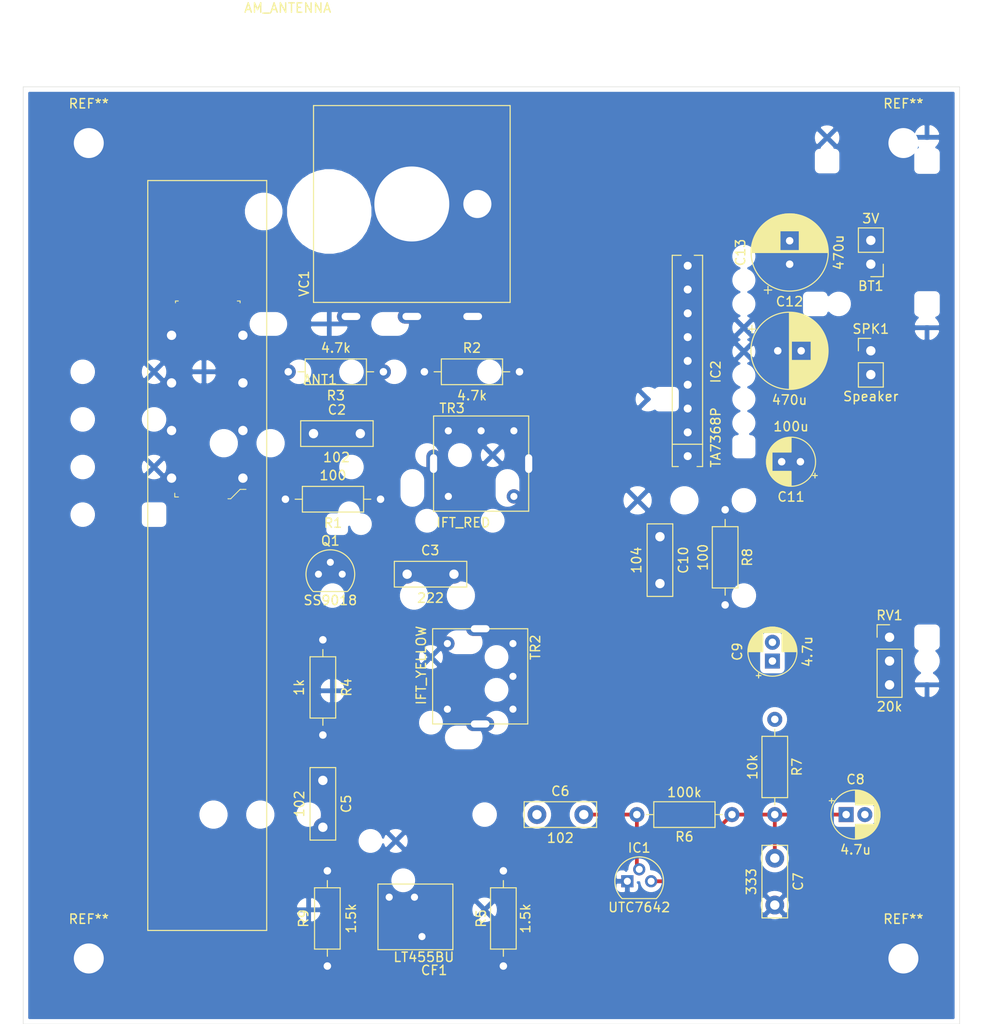
<source format=kicad_pcb>
(kicad_pcb (version 20171130) (host pcbnew "(5.1.9)-1")
  (title_block (title "AM RADIO") (date 2021-02-10) (rev 1.1) (company "Kazhiko Hotta"))
  (layers (0 F.Cu signal) (31 B.Cu signal hide) (34 B.Paste user) (35 F.Paste user) (36 B.SilkS user) (37 F.SilkS user) (38 B.Mask user) (39 F.Mask user) (44 Edge.Cuts user))
  (net 0 "")
  (net 1 GND)
  (net 2 "Net-(ANT1-Pad1)")
  (net 3 "Net-(ANT1-Pad3)")
  (net 4 +3V0)
  (net 5 "Net-(C2-Pad1)")
  (net 6 "Net-(C3-Pad2)")
  (net 7 "Net-(C3-Pad1)")
  (net 8 "Net-(C5-Pad1)")
  (net 9 "Net-(C5-Pad2)")
  (net 10 "Net-(C6-Pad2)")
  (net 11 "Net-(C6-Pad1)")
  (net 12 "Net-(C7-Pad1)")
  (net 13 "Net-(C8-Pad2)")
  (net 14 "Net-(C9-Pad2)")
  (net 15 "Net-(C9-Pad1)")
  (net 16 "Net-(C10-Pad1)")
  (net 17 "Net-(C11-Pad1)")
  (net 18 "Net-(C12-Pad2)")
  (net 19 "Net-(C12-Pad1)")
  (net 20 "Net-(IC2-Pad2)")
  (net 21 "Net-(IC2-Pad4)")
  (net 22 "Net-(IC2-Pad8)")
  (net 23 "Net-(Q1-Pad2)")
  (net 24 "Net-(Q1-Pad3)")
  (net 25 "Net-(TR2-Pad1)")
  (net 26 "Net-(TR2-Pad3)")
  (net 27 VC2)
  (module radio:VC2 (layer F.Cu) (at 131.16 70.27 90)
    (fp_text reference VC1 (at 2 -22 90) (layer F.SilkS))
    (fp_text value VC2)
    (pad 3 thru_hole oval (at -1.5 -4 90) (size 1.524 3) (drill oval 0.762 2) (layers *.Cu *.Mask) (net 27 VC2))
    (pad 2 thru_hole oval (at -1.5 -10.5 90) (size 1.524 3) (drill oval 0.762 2) (layers *.Cu *.Mask) (net 1 GND))
    (pad 1 thru_hole oval (at -1.5 -17 90) (size 1.524 3) (drill oval 0.762 2) (layers *.Cu *.Mask) (net 2 "Net-(ANT1-Pad1)"))
    (pad "" np_thru_hole circle (at 10.5 -3.5 90) (size 3 3) (drill 3) (layers *.Cu *.Mask))
    (pad "" np_thru_hole circle (at 10.5 -17.5 90) (size 3 3) (drill 3) (layers *.Cu *.Mask))
    (pad "" np_thru_hole circle (at 10.5 -10.5 90) (size 8 8) (drill 8) (layers *.Cu *.Mask))
  )
  (module MountingHole:MountingHole_3.2mm_M3 (layer F.Cu) (at 173.16 53.27)
    (fp_text reference REF** (at 0 -4.2) (layer F.SilkS))
    (fp_text value MountingHole_3.2mm_M3)
    (pad 1 np_thru_hole circle (at 0 0) (size 3.2 3.2) (drill 3.2) (layers *.Cu *.Mask))
  )
  (module MountingHole:MountingHole_3.2mm_M3 (layer F.Cu) (at 173.16 140.27)
    (fp_text reference REF** (at 0 -4.2) (layer F.SilkS))
    (fp_text value MountingHole_3.2mm_M3)
    (pad 1 np_thru_hole circle (at 0 0) (size 3.2 3.2) (drill 3.2) (layers *.Cu *.Mask))
  )
  (module radio:AM_ANTENNA (layer F.Cu) (at 105.16 57.27 180)
    (fp_text reference ANT1 (at -7.62 -21.2405) (layer F.SilkS) (effects (justify right)))
    (fp_text value AM_ANTENNA (at -6.985 18.415) (layer F.SilkS) (effects (justify right)))
    (pad 3 thru_hole circle (at 2.5395 -21.5905 180) (size 1.6 1.6) (drill 1) (layers *.Cu *.Mask) (net 3 "Net-(ANT1-Pad3)"))
    (pad 6 thru_hole circle (at 10.1595 -21.5905 180) (size 1.6 1.6) (drill 1) (layers *.Cu *.Mask))
    (pad 8 thru_hole circle (at 10.1595 -31.7505 180) (size 1.6 1.6) (drill 1) (layers *.Cu *.Mask))
    (pad 4 thru_hole circle (at 2.5395 -16.5105 180) (size 1.6 1.6) (drill 1) (layers *.Cu *.Mask) (net 1 GND))
    (pad 1 thru_hole rect (at 2.5395 -31.7505 180) (size 1.6 1.6) (drill 1) (layers *.Cu *.Mask) (net 2 "Net-(ANT1-Pad1)"))
    (pad 7 thru_hole circle (at 10.1595 -26.6705 180) (size 1.6 1.6) (drill 1) (layers *.Cu *.Mask))
    (pad 2 thru_hole circle (at 2.5395 -26.6705 180) (size 1.6 1.6) (drill 1) (layers *.Cu *.Mask) (net 1 GND))
    (pad 5 thru_hole circle (at 10.1595 -16.5105 180) (size 1.6 1.6) (drill 1) (layers *.Cu *.Mask))
  )
  (module MountingHole:MountingHole_3.2mm_M3 (layer F.Cu) (at 86.16 53.27)
    (fp_text reference REF** (at 0 -4.2) (layer F.SilkS))
    (fp_text value MountingHole_3.2mm_M3)
    (pad 1 np_thru_hole circle (at 0 0) (size 3.2 3.2) (drill 3.2) (layers *.Cu *.Mask))
  )
  (module MountingHole:MountingHole_3.2mm_M3 (layer F.Cu) (at 86.16 140.27)
    (fp_text reference REF** (at 0 -4.2) (layer F.SilkS))
    (fp_text value MountingHole_3.2mm_M3)
    (pad 1 np_thru_hole circle (at 0 0) (size 3.2 3.2) (drill 3.2) (layers *.Cu *.Mask))
  )
  (module radio:IFT10mm (layer F.Cu) (at 128.16 87.27)
    (fp_text reference TR3 (at -3.2 -5.7) (layer F.SilkS))
    (fp_text value IFT_RED (at -2 6.5) (layer F.SilkS))
    (pad "" thru_hole oval (at 4.98 0.2) (size 1.524 3) (drill oval 0.762 2) (layers *.Cu *.Mask))
    (pad "" thru_hole oval (at -5.18 0.2) (size 1.524 3) (drill oval 0.762 2) (layers *.Cu *.Mask))
    (pad 6 thru_hole circle (at 3.4 3.7) (size 1.524 1.524) (drill 0.762) (layers *.Cu *.Mask) (net 24 "Net-(Q1-Pad3)"))
    (pad 4 thru_hole circle (at -3.6 3.7) (size 1.524 1.524) (drill 0.762) (layers *.Cu *.Mask) (net 26 "Net-(TR2-Pad3)"))
    (pad 1 thru_hole circle (at 3.4 -3.3) (size 1.524 1.524) (drill 0.762) (layers *.Cu *.Mask) (net 1 GND))
    (pad 2 thru_hole circle (at -0.1 -3.3) (size 1.524 1.524) (drill 0.762) (layers *.Cu *.Mask) (net 7 "Net-(C3-Pad1)"))
    (pad 3 thru_hole circle (at -3.6 -3.3) (size 1.524 1.524) (drill 0.762) (layers *.Cu *.Mask) (net 27 VC2))
  )
  (module radio:IFT10mm (layer F.Cu) (at 128.16 110.27 270)
    (fp_text reference TR2 (at -3.2 -5.7 90) (layer F.SilkS))
    (fp_text value IFT_YELLOW (at -1.27 6.5 90) (layer F.SilkS))
    (pad "" thru_hole oval (at 4.98 0.2 270) (size 1.524 3) (drill oval 0.762 2) (layers *.Cu *.Mask))
    (pad "" thru_hole oval (at -5.18 0.2 270) (size 1.524 3) (drill oval 0.762 2) (layers *.Cu *.Mask))
    (pad 6 thru_hole circle (at 3.4 3.7 270) (size 1.524 1.524) (drill 0.762) (layers *.Cu *.Mask) (net 8 "Net-(C5-Pad1)"))
    (pad 4 thru_hole circle (at -3.6 3.7 270) (size 1.524 1.524) (drill 0.762) (layers *.Cu *.Mask) (net 1 GND))
    (pad 1 thru_hole circle (at 3.4 -3.3 270) (size 1.524 1.524) (drill 0.762) (layers *.Cu *.Mask) (net 25 "Net-(TR2-Pad1)"))
    (pad 2 thru_hole circle (at -0.1 -3.3 270) (size 1.524 1.524) (drill 0.762) (layers *.Cu *.Mask) (net 4 +3V0))
    (pad 3 thru_hole circle (at -3.6 -3.3 270) (size 1.524 1.524) (drill 0.762) (layers *.Cu *.Mask) (net 26 "Net-(TR2-Pad3)"))
  )
  (module Connector_PinHeader_2.54mm:PinHeader_1x02_P2.54mm_Vertical (layer F.Cu) (at 169.68 66.195 180)
    (fp_text reference BT1 (at 0 -2.33) (layer F.SilkS))
    (fp_text value 3V (at 0 4.87) (layer F.SilkS))
    (pad 2 thru_hole oval (at 0 2.54 180) (size 1.7 1.7) (drill 1) (layers *.Cu *.Mask) (net 1 GND))
    (pad 1 thru_hole rect (at 0 0 180) (size 1.7 1.7) (drill 1) (layers *.Cu *.Mask) (net 4 +3V0))
  )
  (module Capacitor_THT:C_Disc_D7.5mm_W2.5mm_P5.00mm (layer F.Cu) (at 115.16 84.27 180)
    (fp_text reference C2 (at 2.5 2.54) (layer F.SilkS))
    (fp_text value 102 (at 2.54 -2.54) (layer F.SilkS))
    (pad 1 thru_hole circle (at 0 0 180) (size 2 2) (drill 1) (layers *.Cu *.Mask) (net 5 "Net-(C2-Pad1)"))
    (pad 2 thru_hole circle (at 5 0 180) (size 2 2) (drill 1) (layers *.Cu *.Mask) (net 3 "Net-(ANT1-Pad3)"))
  )
  (module Capacitor_THT:C_Disc_D7.5mm_W2.5mm_P5.00mm (layer F.Cu) (at 125.16 99.27 180)
    (fp_text reference C3 (at 2.54 2.54) (layer F.SilkS))
    (fp_text value 222 (at 2.5 -2.54) (layer F.SilkS))
    (pad 2 thru_hole circle (at 5 0 180) (size 2 2) (drill 1) (layers *.Cu *.Mask) (net 6 "Net-(C3-Pad2)"))
    (pad 1 thru_hole circle (at 0 0 180) (size 2 2) (drill 1) (layers *.Cu *.Mask) (net 7 "Net-(C3-Pad1)"))
  )
  (module Capacitor_THT:C_Disc_D7.5mm_W2.5mm_P5.00mm (layer F.Cu) (at 111.16 121.27 270)
    (fp_text reference C5 (at 2.5 -2.5 90) (layer F.SilkS))
    (fp_text value 102 (at 2.5 2.5 90) (layer F.SilkS))
    (pad 1 thru_hole circle (at 0 0 270) (size 2 2) (drill 1) (layers *.Cu *.Mask) (net 8 "Net-(C5-Pad1)"))
    (pad 2 thru_hole circle (at 5 0 270) (size 2 2) (drill 1) (layers *.Cu *.Mask) (net 9 "Net-(C5-Pad2)"))
  )
  (module Capacitor_THT:C_Disc_D7.5mm_W2.5mm_P5.00mm (layer F.Cu) (at 134.024 124.918)
    (fp_text reference C6 (at 2.5 -2.5) (layer F.SilkS))
    (fp_text value 102 (at 2.5 2.5) (layer F.SilkS))
    (pad 2 thru_hole circle (at 5 0) (size 2 2) (drill 1) (layers *.Cu *.Mask) (net 10 "Net-(C6-Pad2)"))
    (pad 1 thru_hole circle (at 0 0) (size 2 2) (drill 1) (layers *.Cu *.Mask) (net 11 "Net-(C6-Pad1)"))
  )
  (module Capacitor_THT:C_Disc_D7.5mm_W2.5mm_P5.00mm (layer F.Cu) (at 159.424 129.57 270)
    (fp_text reference C7 (at 2.5 -2.5 90) (layer F.SilkS))
    (fp_text value 333 (at 2.5 2.5 90) (layer F.SilkS))
    (pad 2 thru_hole circle (at 5 0 270) (size 2 2) (drill 1) (layers *.Cu *.Mask) (net 1 GND))
    (pad 1 thru_hole circle (at 0 0 270) (size 2 2) (drill 1) (layers *.Cu *.Mask) (net 12 "Net-(C7-Pad1)"))
  )
  (module Capacitor_THT:CP_Radial_D5.0mm_P2.00mm (layer F.Cu) (at 167.044 124.918)
    (fp_text reference C8 (at 1 -3.75) (layer F.SilkS))
    (fp_text value 4.7u (at 1 3.75) (layer F.SilkS))
    (pad 1 thru_hole rect (at 0 0) (size 1.6 1.6) (drill 0.8) (layers *.Cu *.Mask) (net 12 "Net-(C7-Pad1)"))
    (pad 2 thru_hole circle (at 2 0) (size 1.6 1.6) (drill 0.8) (layers *.Cu *.Mask) (net 13 "Net-(C8-Pad2)"))
  )
  (module Capacitor_THT:CP_Radial_D5.0mm_P2.00mm (layer F.Cu) (at 159.17 108.535 90)
    (fp_text reference C9 (at 1 -3.75 90) (layer F.SilkS))
    (fp_text value 4.7u (at 1 3.75 90) (layer F.SilkS))
    (pad 2 thru_hole circle (at 2 0 90) (size 1.6 1.6) (drill 0.8) (layers *.Cu *.Mask) (net 14 "Net-(C9-Pad2)"))
    (pad 1 thru_hole rect (at 0 0 90) (size 1.6 1.6) (drill 0.8) (layers *.Cu *.Mask) (net 15 "Net-(C9-Pad1)"))
  )
  (module Capacitor_THT:C_Disc_D7.5mm_W2.5mm_P5.00mm (layer F.Cu) (at 147.16 95.27 270)
    (fp_text reference C10 (at 2.5 -2.5 90) (layer F.SilkS))
    (fp_text value 104 (at 2.5 2.5 90) (layer F.SilkS))
    (pad 1 thru_hole circle (at 0 0 270) (size 2 2) (drill 1) (layers *.Cu *.Mask) (net 16 "Net-(C10-Pad1)"))
    (pad 2 thru_hole circle (at 5 0 270) (size 2 2) (drill 1) (layers *.Cu *.Mask) (net 1 GND))
  )
  (module Capacitor_THT:CP_Radial_D5.0mm_P2.00mm (layer F.Cu) (at 162.16 87.27 180)
    (fp_text reference C11 (at 1 -3.75) (layer F.SilkS))
    (fp_text value 100u (at 1 3.75) (layer F.SilkS))
    (pad 1 thru_hole rect (at 0 0 180) (size 1.6 1.6) (drill 0.8) (layers *.Cu *.Mask) (net 17 "Net-(C11-Pad1)"))
    (pad 2 thru_hole circle (at 2 0 180) (size 1.6 1.6) (drill 0.8) (layers *.Cu *.Mask) (net 1 GND))
  )
  (module Capacitor_THT:CP_Radial_D8.0mm_P2.50mm (layer F.Cu) (at 159.742 75.435)
    (fp_text reference C12 (at 1.25 -5.25) (layer F.SilkS))
    (fp_text value 470u (at 1.25 5.25) (layer F.SilkS))
    (pad 2 thru_hole circle (at 2.5 0) (size 1.6 1.6) (drill 0.8) (layers *.Cu *.Mask) (net 18 "Net-(C12-Pad2)"))
    (pad 1 thru_hole rect (at 0 0) (size 1.6 1.6) (drill 0.8) (layers *.Cu *.Mask) (net 19 "Net-(C12-Pad1)"))
  )
  (module Capacitor_THT:CP_Radial_D8.0mm_P2.50mm (layer F.Cu) (at 161.012 66.195 90)
    (fp_text reference C13 (at 1.25 -5.25 90) (layer F.SilkS))
    (fp_text value 470u (at 1.25 5.25 90) (layer F.SilkS))
    (pad 1 thru_hole rect (at 0 0 90) (size 1.6 1.6) (drill 0.8) (layers *.Cu *.Mask) (net 4 +3V0))
    (pad 2 thru_hole circle (at 2.5 0 90) (size 1.6 1.6) (drill 0.8) (layers *.Cu *.Mask) (net 1 GND))
  )
  (module radio:LT455BU (layer F.Cu) (at 118.244 138.03 180)
    (fp_text reference CF1 (at -4.8 -3.5) (layer F.SilkS))
    (fp_text value LT455BU (at -3.7 -2.1) (layer F.SilkS))
    (pad 1 thru_hole circle (at 0 4.3 180) (size 1.524 1.524) (drill 0.762) (layers *.Cu *.Mask) (net 9 "Net-(C5-Pad2)"))
    (pad 2 thru_hole circle (at -2.7 4.3 180) (size 1.524 1.524) (drill 0.762) (layers *.Cu *.Mask) (net 1 GND))
    (pad 3 thru_hole circle (at -3.5 0.1 180) (size 1.524 1.524) (drill 0.762) (layers *.Cu *.Mask) (net 11 "Net-(C6-Pad1)"))
  )
  (module Package_TO_SOT_THT:TO-92 (layer F.Cu) (at 143.676 132.03)
    (fp_text reference IC1 (at 1.27 -3.56) (layer F.SilkS))
    (fp_text value UTC7642 (at 1.27 2.79) (layer F.SilkS))
    (pad 1 thru_hole rect (at 0 0) (size 1.3 1.3) (drill 0.75) (layers *.Cu *.Mask) (net 1 GND))
    (pad 3 thru_hole circle (at 2.54 0) (size 1.3 1.3) (drill 0.75) (layers *.Cu *.Mask) (net 12 "Net-(C7-Pad1)"))
    (pad 2 thru_hole circle (at 1.27 -1.27) (size 1.3 1.3) (drill 0.75) (layers *.Cu *.Mask) (net 10 "Net-(C6-Pad2)"))
  )
  (module radio:TA7368P (layer F.Cu) (at 150.122 86.675 90)
    (fp_text reference IC2 (at 9 3 90) (layer F.SilkS))
    (fp_text value TA7368P (at 2 3 90) (layer F.SilkS))
    (pad 1 thru_hole rect (at 0 0 180) (size 1.45 1.45) (drill 0.85) (layers *.Cu *.Mask) (net 16 "Net-(C10-Pad1)"))
    (pad 2 thru_hole circle (at 2.54 0 180) (size 1.45 1.45) (drill 0.85) (layers *.Cu *.Mask) (net 20 "Net-(IC2-Pad2)"))
    (pad 3 thru_hole circle (at 5.08 0 180) (size 1.45 1.45) (drill 0.85) (layers *.Cu *.Mask) (net 17 "Net-(C11-Pad1)"))
    (pad 4 thru_hole circle (at 7.62 0 180) (size 1.45 1.45) (drill 0.85) (layers *.Cu *.Mask) (net 21 "Net-(IC2-Pad4)"))
    (pad 5 thru_hole circle (at 10.16 0 180) (size 1.45 1.45) (drill 0.85) (layers *.Cu *.Mask) (net 1 GND))
    (pad 6 thru_hole circle (at 12.7 0 180) (size 1.45 1.45) (drill 0.85) (layers *.Cu *.Mask) (net 1 GND))
    (pad 7 thru_hole circle (at 15.24 0 180) (size 1.45 1.45) (drill 0.85) (layers *.Cu *.Mask) (net 19 "Net-(C12-Pad1)"))
    (pad 8 thru_hole circle (at 17.78 0 180) (size 1.45 1.45) (drill 0.85) (layers *.Cu *.Mask) (net 22 "Net-(IC2-Pad8)"))
    (pad 9 thru_hole circle (at 20.32 0 180) (size 1.45 1.45) (drill 0.85) (layers *.Cu *.Mask) (net 4 +3V0))
  )
  (module Package_TO_SOT_THT:TO-92 (layer F.Cu) (at 110.688 99.27)
    (fp_text reference Q1 (at 1.27 -3.56) (layer F.SilkS))
    (fp_text value SS9018 (at 1.27 2.79) (layer F.SilkS))
    (pad 2 thru_hole circle (at 1.27 -1.27) (size 1.3 1.3) (drill 0.75) (layers *.Cu *.Mask) (net 23 "Net-(Q1-Pad2)"))
    (pad 3 thru_hole circle (at 2.54 0) (size 1.3 1.3) (drill 0.75) (layers *.Cu *.Mask) (net 24 "Net-(Q1-Pad3)"))
    (pad 1 thru_hole rect (at 0 0) (size 1.3 1.3) (drill 0.75) (layers *.Cu *.Mask) (net 6 "Net-(C3-Pad2)"))
  )
  (module Resistor_THT:R_Axial_DIN0207_L6.3mm_D2.5mm_P10.16mm_Horizontal (layer F.Cu) (at 107.16 91.27)
    (fp_text reference R1 (at 5.08 2.54) (layer F.SilkS))
    (fp_text value 100 (at 5.08 -2.54) (layer F.SilkS))
    (pad 1 thru_hole circle (at 0 0) (size 1.6 1.6) (drill 0.8) (layers *.Cu *.Mask) (net 23 "Net-(Q1-Pad2)"))
    (pad 2 thru_hole oval (at 10.16 0) (size 1.6 1.6) (drill 0.8) (layers *.Cu *.Mask) (net 5 "Net-(C2-Pad1)"))
  )
  (module Resistor_THT:R_Axial_DIN0207_L6.3mm_D2.5mm_P10.16mm_Horizontal (layer F.Cu) (at 132.16 77.674 180)
    (fp_text reference R2 (at 5.08 2.54) (layer F.SilkS))
    (fp_text value 4.7k (at 5.08 -2.54) (layer F.SilkS))
    (pad 2 thru_hole oval (at 10.16 0 180) (size 1.6 1.6) (drill 0.8) (layers *.Cu *.Mask) (net 5 "Net-(C2-Pad1)"))
    (pad 1 thru_hole circle (at 0 0 180) (size 1.6 1.6) (drill 0.8) (layers *.Cu *.Mask) (net 4 +3V0))
  )
  (module Resistor_THT:R_Axial_DIN0207_L6.3mm_D2.5mm_P10.16mm_Horizontal (layer F.Cu) (at 117.624 77.674 180)
    (fp_text reference R3 (at 5.08 -2.54) (layer F.SilkS))
    (fp_text value 4.7k (at 5.08 2.54) (layer F.SilkS))
    (pad 2 thru_hole oval (at 10.16 0 180) (size 1.6 1.6) (drill 0.8) (layers *.Cu *.Mask) (net 1 GND))
    (pad 1 thru_hole circle (at 0 0 180) (size 1.6 1.6) (drill 0.8) (layers *.Cu *.Mask) (net 5 "Net-(C2-Pad1)"))
  )
  (module Resistor_THT:R_Axial_DIN0207_L6.3mm_D2.5mm_P10.16mm_Horizontal (layer F.Cu) (at 111.16 106.27 270)
    (fp_text reference R4 (at 5.08 -2.54 90) (layer F.SilkS))
    (fp_text value 1k (at 5.08 2.54 90) (layer F.SilkS))
    (pad 1 thru_hole circle (at 0 0 270) (size 1.6 1.6) (drill 0.8) (layers *.Cu *.Mask) (net 6 "Net-(C3-Pad2)"))
    (pad 2 thru_hole oval (at 10.16 0 270) (size 1.6 1.6) (drill 0.8) (layers *.Cu *.Mask) (net 1 GND))
  )
  (module Resistor_THT:R_Axial_DIN0207_L6.3mm_D2.5mm_P10.16mm_Horizontal (layer F.Cu) (at 130.436 141.078 90)
    (fp_text reference R5 (at 5.08 -2.37 90) (layer F.SilkS))
    (fp_text value 1.5k (at 5.08 2.37 90) (layer F.SilkS))
    (pad 1 thru_hole circle (at 0 0 90) (size 1.6 1.6) (drill 0.8) (layers *.Cu *.Mask) (net 1 GND))
    (pad 2 thru_hole oval (at 10.16 0 90) (size 1.6 1.6) (drill 0.8) (layers *.Cu *.Mask) (net 11 "Net-(C6-Pad1)"))
  )
  (module Resistor_THT:R_Axial_DIN0207_L6.3mm_D2.5mm_P10.16mm_Horizontal (layer F.Cu) (at 154.852 124.918 180)
    (fp_text reference R6 (at 5.08 -2.37) (layer F.SilkS))
    (fp_text value 100k (at 5.08 2.37) (layer F.SilkS))
    (pad 2 thru_hole oval (at 10.16 0 180) (size 1.6 1.6) (drill 0.8) (layers *.Cu *.Mask) (net 10 "Net-(C6-Pad2)"))
    (pad 1 thru_hole circle (at 0 0 180) (size 1.6 1.6) (drill 0.8) (layers *.Cu *.Mask) (net 12 "Net-(C7-Pad1)"))
  )
  (module Resistor_THT:R_Axial_DIN0207_L6.3mm_D2.5mm_P10.16mm_Horizontal (layer F.Cu) (at 159.424 114.758 270)
    (fp_text reference R7 (at 5.08 -2.37 90) (layer F.SilkS))
    (fp_text value 10k (at 5.08 2.37 90) (layer F.SilkS))
    (pad 2 thru_hole oval (at 10.16 0 270) (size 1.6 1.6) (drill 0.8) (layers *.Cu *.Mask) (net 12 "Net-(C7-Pad1)"))
    (pad 1 thru_hole circle (at 0 0 270) (size 1.6 1.6) (drill 0.8) (layers *.Cu *.Mask) (net 4 +3V0))
  )
  (module Resistor_THT:R_Axial_DIN0207_L6.3mm_D2.5mm_P10.16mm_Horizontal (layer F.Cu) (at 154.122 92.39 270)
    (fp_text reference R8 (at 5.08 -2.37 90) (layer F.SilkS))
    (fp_text value 100 (at 5.08 2.37 90) (layer F.SilkS))
    (pad 1 thru_hole circle (at 0 0 270) (size 1.6 1.6) (drill 0.8) (layers *.Cu *.Mask) (net 16 "Net-(C10-Pad1)"))
    (pad 2 thru_hole oval (at 10.16 0 270) (size 1.6 1.6) (drill 0.8) (layers *.Cu *.Mask) (net 14 "Net-(C9-Pad2)"))
  )
  (module Resistor_THT:R_Axial_DIN0207_L6.3mm_D2.5mm_P10.16mm_Horizontal (layer F.Cu) (at 111.64 130.918 270)
    (fp_text reference R9 (at 5.08 2.54 90) (layer F.SilkS))
    (fp_text value 1.5k (at 5.08 -2.54 90) (layer F.SilkS))
    (pad 1 thru_hole circle (at 0 0 270) (size 1.6 1.6) (drill 0.8) (layers *.Cu *.Mask) (net 9 "Net-(C5-Pad2)"))
    (pad 2 thru_hole oval (at 10.16 0 270) (size 1.6 1.6) (drill 0.8) (layers *.Cu *.Mask) (net 1 GND))
  )
  (module Connector_PinHeader_2.54mm:PinHeader_1x03_P2.54mm_Vertical (layer F.Cu) (at 171.68 105.995)
    (fp_text reference RV1 (at 0 -2.33) (layer F.SilkS))
    (fp_text value 20k (at 0 7.41) (layer F.SilkS))
    (pad 1 thru_hole rect (at 0 0) (size 1.7 1.7) (drill 1) (layers *.Cu *.Mask) (net 13 "Net-(C8-Pad2)"))
    (pad 2 thru_hole oval (at 0 2.54) (size 1.7 1.7) (drill 1) (layers *.Cu *.Mask) (net 15 "Net-(C9-Pad1)"))
    (pad 3 thru_hole oval (at 0 5.08) (size 1.7 1.7) (drill 1) (layers *.Cu *.Mask) (net 1 GND))
  )
  (module Connector_PinHeader_2.54mm:PinHeader_1x02_P2.54mm_Vertical (layer F.Cu) (at 169.68 75.435)
    (fp_text reference SPK1 (at 0 -2.33) (layer F.SilkS))
    (fp_text value Speaker (at 0 4.87) (layer F.SilkS))
    (pad 1 thru_hole rect (at 0 0) (size 1.7 1.7) (drill 1) (layers *.Cu *.Mask) (net 18 "Net-(C12-Pad2)"))
    (pad 2 thru_hole oval (at 0 2.54) (size 1.7 1.7) (drill 1) (layers *.Cu *.Mask) (net 1 GND))
  )
  (gr_line (start 79.16 47.27) (end 179.16 47.27) (layer Edge.Cuts) (width 0.05))
  (gr_line (start 179.16 147.27) (end 179.16 47.27) (layer Edge.Cuts) (width 0.05))
  (gr_line (start 79.16 147.27) (end 179.16 147.27) (layer Edge.Cuts) (width 0.05))
  (gr_line (start 79.16 147.27) (end 79.16 47.27) (layer Edge.Cuts) (width 0.05))
  (segment (start 144.692 124.918) (end 139.024 124.918) (width 0.4) (layer F.Cu) (net 10))
  (segment (start 144.692 130.506) (end 144.946 130.76) (width 0.4) (layer F.Cu) (net 10))
  (segment (start 144.692 124.918) (end 144.692 130.506) (width 0.4) (layer F.Cu) (net 10))
  (segment (start 167.044 124.918) (end 159.424 124.918) (width 0.4) (layer F.Cu) (net 12))
  (segment (start 159.424 124.918) (end 159.424 129.57) (width 0.4) (layer F.Cu) (net 12))
  (segment (start 159.424 124.918) (end 154.852 124.918) (width 0.4) (layer F.Cu) (net 12))
  (segment (start 147.74 132.03) (end 154.852 124.918) (width 0.4) (layer F.Cu) (net 12))
  (segment (start 146.216 132.03) (end 147.74 132.03) (width 0.4) (layer F.Cu) (net 12))
  (zone (net 1) (net_name GND) (layer B.Cu) (connect_pads (clearance 0.508)) (min_thickness 0.254) (fill yes (arc_segments 32) (thermal_gap 0.508) (thermal_bridge_width 0.508))
    (polygon (pts (xy 179.16 147.27) (xy 79.16 147.27) (xy 79.16 47.27) (xy 179.16 47.27)))
  )
)
</source>
